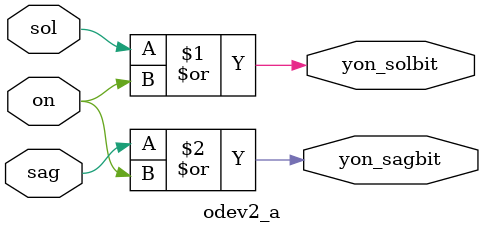
<source format=v>
`timescale 1ns / 1ps


module odev2_a(
input sag,
input sol,
input on,
output yon_solbit,
output yon_sagbit
);
wire ONn,SOLn,SAGn;

not(ONn,on);
not(SOLn,sol);
not(SAGn,sag);


or(yon_solbit,sol,on);
or(yon_sagbit,sag,on);



endmodule

</source>
